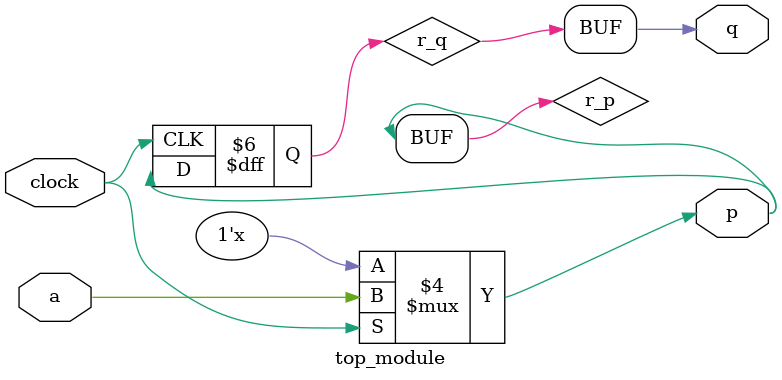
<source format=v>
module top_module (
    input clock,
    input a,
    output p,
    output q );
    
    reg r_p, r_q;

    always@(*) begin
        if(clock) begin
            r_p = a;
        end else begin
            r_p = r_p;
        end
    end


    always@(negedge clock) begin
        r_q <= p;
    end

    assign p = r_p;
    assign q = r_q;
endmodule
</source>
